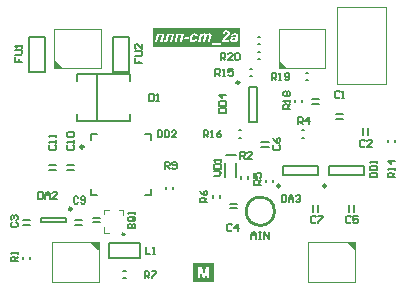
<source format=gto>
G04*
G04 #@! TF.GenerationSoftware,Altium Limited,Altium Designer,20.1.8 (145)*
G04*
G04 Layer_Color=16777215*
%FSTAX43Y43*%
%MOMM*%
G71*
G04*
G04 #@! TF.SameCoordinates,B34475FB-C3A6-4C53-AFA9-1BD6AB5E634D*
G04*
G04*
G04 #@! TF.FilePolarity,Positive*
G04*
G01*
G75*
%ADD10C,0.254*%
%ADD11C,0.250*%
%ADD12C,0.200*%
%ADD13C,0.150*%
%ADD14C,0.100*%
G36*
X0087633Y0094167D02*
Y0093496D01*
X0087604D01*
X0086932Y0094169D01*
X0087632D01*
X0087633Y0094167D01*
D02*
G37*
G36*
X0084572Y0108969D02*
X0083872D01*
X008387Y010897D01*
Y0109641D01*
X0083899D01*
X0084572Y0108969D01*
D02*
G37*
G36*
X0103572D02*
X0102872D01*
X010287Y010897D01*
Y0109641D01*
X0102899D01*
X0103572Y0108969D01*
D02*
G37*
G36*
X0109333Y0094167D02*
Y0093496D01*
X0109304D01*
X0108632Y0094169D01*
X0109332D01*
X0109333Y0094167D01*
D02*
G37*
G36*
X0097387Y0090869D02*
X0095637D01*
Y0092394D01*
X0097387D01*
Y0090869D01*
D02*
G37*
G36*
X0099618Y0110704D02*
X0092203D01*
Y0112334D01*
X0099618D01*
Y0110704D01*
D02*
G37*
%LPC*%
G36*
X0096974Y0092111D02*
X0096682D01*
X0096512Y0091455D01*
X009634Y0092111D01*
X009605D01*
Y0091151D01*
X0096229D01*
Y0091906D01*
X0096418Y0091151D01*
X0096605D01*
X0096793Y0091906D01*
X0096795Y0091151D01*
X0096974D01*
Y0092111D01*
D02*
G37*
G36*
X0097025Y011188D02*
X0097011D01*
X0096984Y0111879D01*
X0096959Y0111875D01*
X0096934Y0111869D01*
X0096913Y0111862D01*
X0096895Y0111855D01*
X0096882Y011185D01*
X0096877Y0111847D01*
X0096873Y0111846D01*
X0096871Y0111844D01*
X009687D01*
X0096846Y011183D01*
X0096826Y0111815D01*
X0096809Y0111801D01*
X0096794Y0111787D01*
X0096783Y0111775D01*
X0096774Y0111765D01*
X0096769Y011176D01*
X0096767Y0111757D01*
X0096762Y0111778D01*
X0096753Y0111794D01*
X0096744Y0111811D01*
X0096735Y0111823D01*
X0096726Y0111833D01*
X0096719Y0111841D01*
X0096713Y0111846D01*
X0096712Y0111847D01*
X0096695Y0111858D01*
X0096676Y0111866D01*
X0096655Y0111872D01*
X0096636Y0111876D01*
X0096619Y0111879D01*
X0096604Y011188D01*
X0096591D01*
X009657Y0111879D01*
X0096548Y0111876D01*
X0096529Y0111871D01*
X0096508Y0111865D01*
X0096472Y0111848D01*
X0096439Y011183D01*
X0096423Y0111821D01*
X0096411Y0111812D01*
X00964Y0111804D01*
X009639Y0111796D01*
X0096382Y011179D01*
X0096376Y0111785D01*
X0096373Y0111782D01*
X0096372Y011178D01*
X0096389Y0111865D01*
X0096213D01*
X0096067Y0111169D01*
X0096665D01*
X0096731Y0111484D01*
X0096737Y0111509D01*
X0096742Y0111531D01*
X0096748Y0111552D01*
X0096755Y011157D01*
X009676Y0111586D01*
X0096766Y0111602D01*
X0096771Y0111615D01*
X0096777Y0111628D01*
X0096781Y0111638D01*
X0096787Y0111647D01*
X0096791Y0111654D01*
X0096794Y0111661D01*
X0096796Y0111665D01*
X0096799Y0111668D01*
X0096801Y0111671D01*
X0096812Y0111685D01*
X0096821Y0111696D01*
X0096832Y0111706D01*
X0096844Y0111714D01*
X0096866Y0111728D01*
X0096885Y0111736D01*
X0096902Y0111742D01*
X0096916Y0111744D01*
X0096921Y0111746D01*
X0096928D01*
X0096941Y0111744D01*
X009695Y0111743D01*
X009696Y011174D01*
X0096967Y0111737D01*
X0096973Y0111733D01*
X0096977Y011173D01*
X0096978Y0111729D01*
X0096979Y0111728D01*
X0096985Y0111721D01*
X0096991Y0111714D01*
X0096995Y0111699D01*
X0096996Y0111692D01*
X0096998Y0111687D01*
Y0111683D01*
Y0111682D01*
Y0111679D01*
Y0111675D01*
X0096995Y0111664D01*
X0096992Y0111649D01*
X0096989Y0111633D01*
X0096986Y0111618D01*
X0096984Y0111604D01*
X0096982Y0111599D01*
Y0111596D01*
X0096981Y0111593D01*
Y0111592D01*
X0096891Y0111169D01*
X0096668D01*
X0097188D01*
X0097077D01*
X0097168Y0111592D01*
X0097175Y0111622D01*
X0097179Y0111649D01*
X0097183Y0111671D01*
X0097185Y0111687D01*
X0097186Y01117D01*
X0097188Y011171D01*
Y0111717D01*
X0097186Y0111743D01*
X0097181Y0111767D01*
X0097172Y0111786D01*
X0097164Y0111803D01*
X0097156Y0111816D01*
X0097147Y0111826D01*
X0097142Y0111833D01*
X009714Y0111834D01*
X0097122Y011185D01*
X0097102Y0111861D01*
X0097079Y0111869D01*
X0097059Y0111875D01*
X0097041Y0111877D01*
X0097025Y011188D01*
D02*
G37*
G36*
X0095762D02*
X0095749D01*
X0095708Y0111877D01*
X0095669Y0111871D01*
X0095634Y0111862D01*
X0095604Y0111851D01*
X009559Y0111846D01*
X0095577Y011184D01*
X0095568Y0111836D01*
X0095558Y0111832D01*
X0095551Y0111828D01*
X0095546Y0111825D01*
X0095543Y0111823D01*
X0095541Y0111822D01*
X0095508Y0111798D01*
X0095479Y0111772D01*
X0095455Y0111746D01*
X0095436Y0111721D01*
X0095419Y0111697D01*
X0095414Y0111687D01*
X0095408Y0111679D01*
X0095405Y0111672D01*
X0095403Y0111667D01*
X00954Y0111664D01*
Y0111663D01*
X0095385Y0111624D01*
X0095372Y0111586D01*
X0095364Y011155D01*
X0095358Y0111517D01*
X0095357Y0111502D01*
X0095355Y0111489D01*
X0095354Y0111477D01*
Y0111467D01*
X0095353Y0111459D01*
Y0111464D01*
Y0111151D01*
Y0111448D01*
X0095354Y0111423D01*
X0095355Y0111399D01*
X009536Y0111375D01*
X0095365Y0111355D01*
X0095371Y0111335D01*
X0095378Y0111317D01*
X0095385Y0111302D01*
X0095392Y0111287D01*
X0095398Y0111274D01*
X0095405Y0111262D01*
X0095412Y0111252D01*
X0095418Y0111245D01*
X0095423Y0111238D01*
X0095428Y0111234D01*
X0095429Y0111231D01*
X009543Y011123D01*
X0095446Y0111216D01*
X0095462Y0111203D01*
X0095479Y0111194D01*
X0095496Y0111184D01*
X0095514Y0111177D01*
X0095532Y011117D01*
X0095565Y011116D01*
X009558Y0111158D01*
X0095595Y0111155D01*
X0095608Y0111154D01*
X0095619Y0111152D01*
X0095629Y0111151D01*
X0095353D01*
X0095641D01*
X0095663Y0111152D01*
X0095684Y0111154D01*
X0095723Y011116D01*
X0095758Y011117D01*
X0095788Y0111183D01*
X0095801Y0111188D01*
X0095812Y0111194D01*
X0095823Y0111199D01*
X0095831Y0111203D01*
X0095838Y0111208D01*
X0095842Y011121D01*
X0095845Y0111213D01*
X0095846D01*
X0095878Y011124D01*
X0095905Y0111269D01*
X0095928Y0111299D01*
X0095948Y011133D01*
X0095962Y0111356D01*
X0095967Y0111367D01*
X0095973Y0111378D01*
X0095977Y0111387D01*
X0095978Y0111392D01*
X0095981Y0111396D01*
Y0111398D01*
X0095798Y0111428D01*
X0095788Y0111405D01*
X0095777Y0111385D01*
X0095766Y0111369D01*
X0095756Y0111355D01*
X0095747Y0111344D01*
X0095738Y0111337D01*
X0095733Y0111331D01*
X0095731Y011133D01*
X0095716Y0111319D01*
X0095701Y0111312D01*
X0095686Y0111306D01*
X0095673Y0111302D01*
X0095662Y0111299D01*
X0095654Y0111298D01*
X0095645D01*
X0095629Y0111299D01*
X0095615Y0111303D01*
X0095601Y0111309D01*
X009559Y0111314D01*
X0095582Y011132D01*
X0095575Y0111326D01*
X009557Y011133D01*
X0095569Y0111331D01*
X0095559Y0111345D01*
X0095552Y011136D01*
X0095547Y0111375D01*
X0095544Y0111391D01*
X0095541Y0111405D01*
X009554Y0111416D01*
Y0111423D01*
Y0111425D01*
X0095541Y0111453D01*
X0095544Y0111479D01*
X0095548Y0111506D01*
X0095552Y0111529D01*
X0095557Y0111549D01*
X0095561Y0111564D01*
X0095562Y011157D01*
X0095564Y0111574D01*
X0095565Y0111577D01*
Y0111578D01*
X0095575Y0111607D01*
X0095587Y0111632D01*
X0095598Y0111653D01*
X0095611Y0111669D01*
X009562Y0111683D01*
X0095629Y0111693D01*
X0095636Y0111699D01*
X0095637Y01117D01*
X0095655Y0111714D01*
X0095673Y0111724D01*
X009569Y0111732D01*
X0095705Y0111736D01*
X0095719Y0111739D01*
X0095729Y0111742D01*
X0095738D01*
X0095755Y011174D01*
X009577Y0111737D01*
X0095783Y0111732D01*
X0095794Y0111728D01*
X0095803Y0111722D01*
X0095809Y0111717D01*
X0095813Y0111714D01*
X0095815Y0111712D01*
X0095824Y0111701D01*
X0095833Y0111687D01*
X0095838Y0111674D01*
X0095844Y011166D01*
X0095846Y0111646D01*
X0095849Y0111636D01*
X0095851Y0111629D01*
Y0111626D01*
X009603Y0111644D01*
X0096027Y0111664D01*
X0096023Y0111682D01*
X0096013Y0111715D01*
X0095999Y0111744D01*
X0095984Y0111769D01*
X009597Y0111789D01*
X0095957Y0111804D01*
X0095953Y0111808D01*
X0095949Y0111812D01*
X0095948Y0111814D01*
X0095946Y0111815D01*
X0095932Y0111826D01*
X0095917Y0111837D01*
X0095884Y0111853D01*
X0095852Y0111865D01*
X009582Y0111872D01*
X0095792Y0111877D01*
X009578Y0111879D01*
X009577D01*
X0095762Y011188D01*
D02*
G37*
G36*
X0095281Y0111606D02*
X0094916D01*
X009488Y0111424D01*
X0095245D01*
X0095281Y0111606D01*
D02*
G37*
G36*
X0099418Y011188D02*
X0098763D01*
X0099154D01*
X0099108Y0111877D01*
X0099067Y0111872D01*
X0099049Y0111868D01*
X0099032Y0111864D01*
X0099015Y0111859D01*
X0099002Y0111854D01*
X0098989Y0111848D01*
X0098978Y0111844D01*
X0098968Y011184D01*
X009896Y0111836D01*
X0098954Y0111833D01*
X009895Y011183D01*
X0098947Y0111828D01*
X0098946D01*
X009892Y0111807D01*
X0098896Y0111783D01*
X0098878Y0111758D01*
X0098863Y0111736D01*
X0098852Y0111715D01*
X0098843Y0111699D01*
X0098841Y0111692D01*
X0098839Y0111687D01*
X0098838Y0111685D01*
Y0111683D01*
X0099021Y0111668D01*
X0099025Y0111681D01*
X0099031Y0111692D01*
X0099038Y0111701D01*
X0099045Y011171D01*
X009905Y0111717D01*
X0099056Y0111721D01*
X0099058Y0111724D01*
X009906Y0111725D01*
X0099072Y0111732D01*
X0099085Y0111737D01*
X0099099Y011174D01*
X0099111Y0111743D01*
X0099122Y0111744D01*
X0099132Y0111746D01*
X009914D01*
X0099157Y0111744D01*
X0099172Y0111743D01*
X0099183Y0111739D01*
X0099194Y0111736D01*
X0099203Y0111732D01*
X0099208Y0111728D01*
X0099211Y0111726D01*
X0099212Y0111725D01*
X0099221Y0111717D01*
X0099226Y0111708D01*
X0099232Y01117D01*
X0099234Y0111692D01*
X0099236Y0111685D01*
X0099237Y0111681D01*
Y0111676D01*
Y0111675D01*
Y0111665D01*
X0099236Y0111656D01*
X0099232Y0111635D01*
X0099229Y0111626D01*
X0099226Y011162D01*
X0099225Y0111614D01*
Y0111613D01*
X0099215Y011161D01*
X0099204Y0111607D01*
X0099191Y0111604D01*
X0099178Y0111602D01*
X0099149Y0111596D01*
X0099118Y0111593D01*
X009909Y0111589D01*
X0099078Y0111588D01*
X0099068Y0111586D01*
X0099058D01*
X0099051Y0111585D01*
X0099046D01*
X0099017Y0111582D01*
X009899Y0111578D01*
X0098967Y0111574D01*
X0098945Y0111568D01*
X0098924Y0111563D01*
X0098906Y0111557D01*
X0098889Y011155D01*
X0098875Y0111545D01*
X0098863Y0111538D01*
X0098852Y0111532D01*
X0098843Y0111527D01*
X0098836Y0111522D01*
X0098831Y0111518D01*
X0098827Y0111516D01*
X0098825Y0111514D01*
X0098824Y0111513D01*
X0098813Y0111502D01*
X0098805Y0111489D01*
X0098789Y0111463D01*
X0098778Y0111436D01*
X0098771Y011141D01*
X0098766Y0111388D01*
X0098764Y0111378D01*
Y011137D01*
X0098763Y0111363D01*
Y0111353D01*
X0098766Y0111321D01*
X0098771Y0111292D01*
X0098781Y0111267D01*
X0098791Y0111246D01*
X00988Y0111228D01*
X009881Y0111216D01*
X0098816Y0111209D01*
X0098818Y0111206D01*
X0098841Y0111188D01*
X0098864Y0111174D01*
X0098889Y0111165D01*
X0098911Y0111158D01*
X0098931Y0111154D01*
X0098947Y0111152D01*
X0098953Y0111151D01*
X0098961D01*
X0099418D01*
X0098961D01*
X0098982Y0111152D01*
X0099002Y0111155D01*
X009902Y0111159D01*
X0099036Y0111163D01*
X009905Y0111167D01*
X009906Y0111172D01*
X0099067Y0111174D01*
X0099069Y0111176D01*
X0099089Y0111185D01*
X0099107Y0111198D01*
X0099124Y0111209D01*
X0099137Y011122D01*
X0099149Y0111231D01*
X0099158Y011124D01*
X0099164Y0111245D01*
X0099165Y0111246D01*
X0099168Y0111217D01*
X0099171Y0111205D01*
X0099172Y0111192D01*
X0099175Y0111183D01*
X0099178Y0111176D01*
X0099179Y011117D01*
Y0111169D01*
X0099361D01*
X0099355Y0111188D01*
X0099352Y0111208D01*
X009935Y0111224D01*
X0099347Y0111238D01*
Y0111251D01*
X0099345Y0111259D01*
Y0111266D01*
Y0111267D01*
Y0111277D01*
X0099347Y0111289D01*
X009935Y0111316D01*
X0099354Y0111344D01*
X0099359Y0111373D01*
X0099363Y0111399D01*
X0099366Y011141D01*
X0099368Y0111421D01*
X0099369Y011143D01*
X009937Y0111435D01*
X0099372Y0111439D01*
Y0111441D01*
X0099377Y0111467D01*
X0099383Y0111492D01*
X0099388Y0111514D01*
X0099393Y0111534D01*
X0099395Y011155D01*
X0099398Y0111565D01*
X0099401Y0111579D01*
X0099404Y011159D01*
X0099405Y01116D01*
X0099408Y0111607D01*
Y0111614D01*
X0099409Y0111618D01*
X0099411Y0111625D01*
Y0111626D01*
X0099415Y0111653D01*
X0099416Y0111664D01*
Y0111674D01*
X0099418Y0111682D01*
Y0111212D01*
Y0111708D01*
X0099415Y0111722D01*
X0099408Y0111747D01*
X0099397Y0111769D01*
X0099386Y0111789D01*
X0099373Y0111805D01*
X0099362Y0111816D01*
X0099355Y0111823D01*
X0099354Y0111826D01*
X0099352D01*
X009934Y0111836D01*
X0099326Y0111844D01*
X0099294Y0111858D01*
X0099262Y0111868D01*
X0099229Y0111873D01*
X00992Y0111877D01*
X0099187Y0111879D01*
X0099176D01*
X0099167Y011188D01*
X0099418D01*
D02*
G37*
G36*
X0098447Y0112134D02*
X0098434D01*
X0098412Y0112133D01*
X009839Y0112131D01*
X0098351Y0112123D01*
X0098316Y0112112D01*
X0098301Y0112105D01*
X0098287Y0112098D01*
X0098273Y0112091D01*
X0098262Y0112084D01*
X0098253Y0112079D01*
X0098246Y0112073D01*
X0098239Y0112069D01*
X0098235Y0112065D01*
X0098232Y0112063D01*
X009823Y0112062D01*
X0098217Y0112048D01*
X0098203Y0112033D01*
X009818Y0112001D01*
X0098162Y0111966D01*
X0098149Y0111933D01*
X0098143Y0111918D01*
X0098139Y0111904D01*
X0098136Y0111891D01*
X0098132Y011188D01*
X0098131Y0111871D01*
X0098129Y0111864D01*
X0098128Y0111859D01*
Y0111858D01*
X0098311Y0111832D01*
X0098318Y0111862D01*
X0098326Y0111887D01*
X0098334Y0111908D01*
X0098343Y0111925D01*
X009835Y0111937D01*
X0098355Y0111945D01*
X0098359Y0111951D01*
X0098361Y0111952D01*
X0098373Y0111963D01*
X0098387Y0111972D01*
X00984Y0111979D01*
X0098412Y0111983D01*
X0098423Y0111986D01*
X0098432Y0111987D01*
X0098438D01*
X0098454Y0111986D01*
X0098468Y0111983D01*
X009848Y0111977D01*
X0098491Y0111972D01*
X0098499Y0111966D01*
X0098505Y0111961D01*
X0098509Y0111958D01*
X0098511Y0111957D01*
X009852Y0111944D01*
X0098527Y0111932D01*
X0098533Y0111918D01*
X0098536Y0111905D01*
X0098538Y0111894D01*
X009854Y0111886D01*
Y011188D01*
Y0111877D01*
X0098538Y0111866D01*
X0098537Y0111854D01*
X0098534Y0111843D01*
X0098531Y0111832D01*
X0098527Y0111823D01*
X0098524Y0111816D01*
X0098523Y0111811D01*
X0098522Y011181D01*
X0098515Y0111796D01*
X0098505Y011178D01*
X0098495Y0111765D01*
X0098484Y0111751D01*
X0098475Y0111739D01*
X0098466Y0111729D01*
X0098461Y0111724D01*
X0098459Y0111721D01*
X0098454Y0111715D01*
X0098447Y0111708D01*
X009843Y011169D01*
X0098409Y0111671D01*
X0098389Y011165D01*
X0098369Y0111631D01*
X0098352Y0111615D01*
X0098347Y0111608D01*
X0098341Y0111604D01*
X0098339Y0111602D01*
X0098337Y01116D01*
X0098314Y0111578D01*
X0098293Y0111557D01*
X0098273Y0111538D01*
X0098255Y011152D01*
X0098239Y0111504D01*
X0098225Y0111489D01*
X0098211Y0111477D01*
X00982Y0111464D01*
X009819Y0111454D01*
X0098182Y0111445D01*
X0098175Y0111438D01*
X0098169Y0111432D01*
X0098162Y0111424D01*
X009816Y0111421D01*
X0098143Y01114D01*
X0098128Y011138D01*
X0098114Y011136D01*
X0098101Y0111342D01*
X0098092Y0111327D01*
X0098085Y0111314D01*
X0098081Y0111306D01*
X0098079Y0111305D01*
Y0111303D01*
X0098068Y011128D01*
X009806Y0111255D01*
X0098053Y0111233D01*
X0098047Y0111212D01*
X0098043Y0111195D01*
X009804Y0111181D01*
Y0111176D01*
X0098039Y0111172D01*
Y0111169D01*
X0098723D01*
X0098622D01*
X0098658Y0111341D01*
X0098325D01*
X0098344Y0111364D01*
X0098352Y0111375D01*
X0098361Y0111385D01*
X0098368Y0111392D01*
X0098373Y0111398D01*
X0098376Y0111402D01*
X0098377Y0111403D01*
X0098391Y0111417D01*
X0098408Y0111434D01*
X0098427Y0111452D01*
X0098447Y011147D01*
X0098465Y0111488D01*
X009848Y0111502D01*
X0098486Y0111507D01*
X009849Y011151D01*
X0098493Y0111513D01*
X0098494Y0111514D01*
X0098524Y0111543D01*
X0098551Y0111568D01*
X0098573Y011159D01*
X0098591Y0111608D01*
X0098605Y0111622D01*
X0098615Y0111632D01*
X009862Y0111639D01*
X0098622Y011164D01*
X0098641Y0111664D01*
X0098656Y0111686D01*
X009867Y0111707D01*
X0098681Y0111725D01*
X0098689Y011174D01*
X0098695Y0111751D01*
X0098698Y0111758D01*
X0098699Y0111761D01*
X0098707Y0111783D01*
X0098713Y0111804D01*
X0098717Y0111823D01*
X009872Y011184D01*
X0098721Y0111855D01*
X0098723Y0111866D01*
Y0111876D01*
X0098721Y0111897D01*
X009872Y0111916D01*
X009871Y0111952D01*
X0098698Y0111984D01*
X0098684Y0112011D01*
X0098677Y0112022D01*
X009867Y0112031D01*
X0098663Y011204D01*
X0098658Y0112048D01*
X0098652Y0112054D01*
X0098648Y0112058D01*
X0098646Y0112059D01*
X0098645Y0112061D01*
X009863Y0112073D01*
X0098615Y0112086D01*
X0098598Y0112095D01*
X009858Y0112104D01*
X0098545Y0112116D01*
X0098511Y0112124D01*
X0098495Y0112129D01*
X0098481Y011213D01*
X0098468Y0112131D01*
X0098456Y0112133D01*
X0098447Y0112134D01*
D02*
G37*
G36*
X0094835Y0111865D02*
X0094203D01*
X0094057Y0111169D01*
D01*
X0094482D01*
X0094243D01*
X0094358Y0111718D01*
X0094616D01*
X0094503Y0111169D01*
X0094688D01*
X0094835Y0111865D01*
D02*
G37*
G36*
X009402D02*
X0093425D01*
X0093343Y0111477D01*
X0093339Y0111459D01*
X0093335Y0111443D01*
X0093332Y0111428D01*
X0093328Y0111416D01*
X0093321Y0111393D01*
X0093315Y0111375D01*
X009331Y0111363D01*
X0093306Y0111355D01*
X0093304Y0111349D01*
X0093303Y0111348D01*
X0093295Y0111338D01*
X0093284Y011133D01*
X0093272Y0111324D01*
X0093261Y0111321D01*
X0093252Y0111319D01*
X0093243Y0111317D01*
X0093235D01*
X0093211Y0111319D01*
X00932Y011132D01*
X0093189Y0111321D01*
X0093181Y0111323D01*
X0093174Y0111324D01*
D01*
X0093168Y0111326D01*
X0093167D01*
X0093143Y0111198D01*
X0093138Y0111169D01*
X0093164Y0111163D01*
X0093186Y011116D01*
X0093207Y0111158D01*
X0093225Y0111155D01*
X0093239D01*
X0093249Y0111154D01*
X0093138D01*
D01*
X009402D01*
D01*
X0093257D01*
X0093292Y0111155D01*
X0093322Y011116D01*
X0093349Y0111167D01*
X0093371Y0111177D01*
X0093388Y0111185D01*
X00934Y0111192D01*
X0093407Y0111198D01*
X009341Y0111199D01*
X0093419Y0111209D01*
X0093429Y0111219D01*
X0093446Y0111242D01*
X0093458Y0111267D01*
X0093469Y0111292D01*
X0093478Y0111314D01*
X009348Y0111324D01*
X0093483Y0111334D01*
X0093485Y0111341D01*
X0093486Y0111346D01*
X0093487Y0111349D01*
Y011135D01*
X0093565Y0111718D01*
X0093801D01*
X0093687Y0111169D01*
X0093873D01*
X009402Y0111865D01*
D02*
G37*
G36*
X0093181D02*
X0092403D01*
X0092549D01*
X0092403Y0111169D01*
X0092689D01*
X0092589D01*
X0092704Y0111718D01*
X0092962D01*
X0092848Y0111169D01*
X0093034D01*
X0093181Y0111865D01*
D02*
G37*
%LPD*%
G36*
X0098961Y0111151D02*
D01*
D01*
D01*
D02*
G37*
%LPC*%
G36*
X0097964Y0111169D02*
Y0111023D01*
X0097199D01*
Y0111169D01*
Y0110904D01*
X0097964D01*
Y0111169D01*
D02*
G37*
%LPD*%
G36*
X0096523Y0111744D02*
X0096533Y0111743D01*
X0096541Y011174D01*
X009655Y0111737D01*
X0096555Y0111733D01*
X0096559Y011173D01*
X0096561Y0111729D01*
X0096562Y0111728D01*
X0096569Y0111721D01*
X0096573Y0111712D01*
X0096579Y0111699D01*
X009658Y0111692D01*
X0096581Y0111686D01*
Y0111683D01*
Y0111682D01*
Y0111672D01*
X0096579Y0111658D01*
X0096577Y0111643D01*
X0096575Y0111626D01*
X0096572Y0111613D01*
X0096569Y01116D01*
X0096568Y011159D01*
X0096566Y0111589D01*
Y0111588D01*
X0096479Y0111169D01*
X0096253D01*
X0096319Y0111488D01*
X0096324Y0111503D01*
X0096326Y0111517D01*
X0096332Y0111539D01*
X0096337Y0111559D01*
X009634Y0111572D01*
X0096343Y0111582D01*
X0096346Y0111589D01*
X0096347Y0111593D01*
Y0111595D01*
X0096354Y0111613D01*
X0096361Y0111628D01*
X0096368Y0111643D01*
X0096375Y0111654D01*
X009638Y0111664D01*
X0096385Y0111671D01*
X0096387Y0111675D01*
X0096389Y0111676D01*
X0096398Y0111687D01*
X0096408Y0111697D01*
X0096418Y0111707D01*
X0096428Y0111714D01*
X0096434Y0111719D01*
X0096441Y0111724D01*
X0096446Y0111725D01*
X0096447Y0111726D01*
X0096459Y0111733D01*
X0096471Y0111737D01*
X0096482Y0111742D01*
X0096491Y0111743D01*
X00965Y0111744D01*
X0096505Y0111746D01*
X0096511D01*
X0096523Y0111744D01*
D02*
G37*
G36*
X0099194Y0111467D02*
X0099189Y0111443D01*
X0099183Y0111423D01*
X0099178Y0111405D01*
X0099172Y0111391D01*
X0099168Y011138D01*
X0099164Y0111373D01*
X0099162Y0111367D01*
X0099161Y0111366D01*
X0099154Y0111353D01*
X0099144Y0111344D01*
X0099135Y0111334D01*
X0099126Y0111327D01*
X0099118Y011132D01*
X0099111Y0111316D01*
X0099106Y0111313D01*
X0099104Y0111312D01*
X009909Y0111305D01*
X0099076Y0111301D01*
X0099063Y0111296D01*
X009905Y0111295D01*
X009904Y0111294D01*
X0099032Y0111292D01*
X0099025D01*
X0099011Y0111294D01*
X0098999Y0111296D01*
X0098988Y0111299D01*
X0098979Y0111303D01*
X0098972Y0111307D01*
X0098967Y0111312D01*
X0098964Y0111313D01*
X0098963Y0111314D01*
X0098954Y0111323D01*
X0098949Y0111332D01*
X0098945Y0111342D01*
X0098942Y011135D01*
X009894Y0111359D01*
X0098939Y0111364D01*
Y0111369D01*
Y011137D01*
X009894Y0111384D01*
X0098943Y0111396D01*
X0098949Y0111407D01*
X0098954Y0111417D01*
X009896Y0111424D01*
X0098965Y011143D01*
X0098968Y0111432D01*
X009897Y0111434D01*
X0098979Y0111439D01*
X009899Y0111445D01*
X0099003Y011145D01*
X0099017Y0111456D01*
X0099047Y0111464D01*
X0099078Y0111471D01*
X0099107Y0111477D01*
X0099119Y0111479D01*
X0099132Y0111481D01*
X009914Y0111482D01*
X0099149D01*
X0099153Y0111484D01*
X0099154D01*
X0099173Y0111486D01*
X0099187Y0111491D01*
X0099193Y0111492D01*
X0099197D01*
X0099198Y0111493D01*
X00992D01*
X0099194Y0111467D01*
D02*
G37*
D10*
X0102512Y0096819D02*
G03*
X0102512Y0096819I-00012J0D01*
G01*
X0089787Y0094869D02*
G03*
X0089787Y0094869I-0000075J0D01*
G01*
D11*
X0106887Y0098969D02*
G03*
X0106887Y0098969I-0000125J0D01*
G01*
X0102987D02*
G03*
X0102987Y0098969I-0000125J0D01*
G01*
X0099537Y0107719D02*
G03*
X0099537Y0107719I-0000125J0D01*
G01*
X0085337Y0097019D02*
G03*
X0085337Y0097019I-0000125J0D01*
G01*
X0086337Y0102269D02*
G03*
X0086337Y0102269I-0000125J0D01*
G01*
D12*
X0105186Y0107922D02*
X0105386D01*
X0105186Y0108522D02*
X0105386D01*
X0101112Y0109669D02*
X0101312D01*
X0101112Y0110269D02*
X0101312D01*
X0104861Y0106069D02*
Y0106269D01*
X0104261Y0106069D02*
Y0106269D01*
X0102412Y0099269D02*
Y0099469D01*
X0101812Y0099269D02*
Y0099469D01*
X0097312Y0097969D02*
Y0098169D01*
X0097912Y0097969D02*
Y0098169D01*
X0093312Y0098669D02*
Y0098869D01*
X0093912Y0098669D02*
Y0098869D01*
X0100312Y0099569D02*
Y0099769D01*
X0099712Y0099569D02*
Y0099769D01*
X0081712Y0108569D02*
Y0111569D01*
X0083112D01*
Y0108569D02*
Y0111569D01*
X0081712Y0108569D02*
X0083112D01*
X0088812D02*
Y0111569D01*
X0090212D01*
Y0108569D02*
Y0111569D01*
X0088812Y0108569D02*
X0090212D01*
X0087512Y0104469D02*
Y0108469D01*
X0085812Y0104469D02*
X0090312D01*
Y0105069D01*
X0085812Y0104469D02*
Y0105069D01*
Y0107869D02*
Y0108469D01*
X0090312Y0107869D02*
Y0108469D01*
X0085812D02*
X0090312D01*
X0099487Y0103658D02*
X0099687D01*
X0099487Y0103058D02*
X0099687D01*
X0104831D02*
X0105031D01*
X0104831Y0103658D02*
X0105031D01*
X0089712Y0091169D02*
X0089912D01*
X0089712Y0091769D02*
X0089912D01*
X0112712Y0102669D02*
Y0102869D01*
X0112112Y0102669D02*
Y0102869D01*
X0088487Y0094094D02*
X0091137D01*
X0088487Y0092844D02*
X0091137D01*
X0088487D02*
Y0094094D01*
X0091137Y0092844D02*
Y0094094D01*
X0081212Y0092769D02*
Y0092969D01*
X0081812Y0092769D02*
Y0092969D01*
X0100412Y0108869D02*
X0100612D01*
X0100412Y0108269D02*
X0100612D01*
X0101112Y0110969D02*
X0101312D01*
X0101112Y0111569D02*
X0101312D01*
D13*
X0105712Y0106331D02*
X0106312D01*
X0105712Y0105931D02*
X0106312D01*
X0098712Y0097469D02*
X0099312D01*
X0098712Y0097069D02*
X0099312D01*
X0110012Y0103269D02*
Y0103869D01*
X0110412Y0103269D02*
Y0103869D01*
X0107112Y0100619D02*
X0110112D01*
X0107112Y0099919D02*
X0110112D01*
Y0100619D01*
X0107112Y0099919D02*
Y0100619D01*
X0103212D02*
X0106212D01*
X0103212Y0099919D02*
X0106212D01*
Y0100619D01*
X0103212Y0099919D02*
Y0100619D01*
X0100362Y0107369D02*
X0101062D01*
X0100362Y0104369D02*
X0101062D01*
X0100362D02*
Y0107369D01*
X0101062Y0104369D02*
Y0107369D01*
X0105812Y0096769D02*
Y0097369D01*
X0106212Y0096769D02*
Y0097369D01*
X0101412Y0102269D02*
X0102012D01*
X0101412Y0102669D02*
X0102012D01*
X0098328Y0099744D02*
Y0100944D01*
X0099278Y0099744D02*
Y0100944D01*
X0098378Y0101544D02*
X0099253D01*
X0107712Y0105069D02*
X0108312D01*
X0107712Y0104669D02*
X0108312D01*
X0109212Y0096769D02*
Y0097369D01*
X0108812Y0096769D02*
Y0097369D01*
X0082762Y0095869D02*
X0084862D01*
X0082762Y0096269D02*
X0084862D01*
X0082762Y0095869D02*
Y0096269D01*
X0084862Y0095869D02*
Y0096269D01*
X0087112Y0095869D02*
X0087712D01*
X0087112Y0096269D02*
X0087712D01*
X0086962Y0102819D02*
Y0103319D01*
X0087462D01*
X0091562D02*
X0092062D01*
Y0102819D02*
Y0103319D01*
Y0098219D02*
Y0098719D01*
X0091562Y0098219D02*
X0092062D01*
X0086962D02*
X0087462D01*
X0086962D02*
Y0098719D01*
X0081212Y0095669D02*
X0081812D01*
X0081212Y0096069D02*
X0081812D01*
X0085612D02*
X0086212D01*
X0085612Y0095669D02*
X0086212D01*
X0083403Y0100711D02*
X0084003D01*
X0083403Y0100311D02*
X0084003D01*
X0084938Y0100711D02*
X0085538D01*
X0084938Y0100311D02*
X0085538D01*
X0100562Y0094469D02*
Y0094869D01*
X0100762Y0095069D01*
X0100962Y0094869D01*
Y0094469D01*
Y0094769D01*
X0100562D01*
X0101162Y0095069D02*
X0101362D01*
X0101262D01*
Y0094469D01*
X0101162D01*
X0101362D01*
X0101662D02*
Y0095069D01*
X0102062Y0094469D01*
Y0095069D01*
X0091612Y0093769D02*
Y0093169D01*
X0092012D01*
X0092212D02*
X0092412D01*
X0092312D01*
Y0093769D01*
X0092212Y0093669D01*
X0090712Y010978D02*
Y010938D01*
X0091012D01*
Y010958D01*
Y010938D01*
X0091312D01*
X0090712Y010998D02*
X0091212D01*
X0091312Y011008D01*
Y011028D01*
X0091212Y011038D01*
X0090712D01*
X0091312Y011098D02*
Y011058D01*
X0090912Y011098D01*
X0090812D01*
X0090712Y011088D01*
Y011068D01*
X0090812Y011058D01*
X0080575Y010988D02*
Y010948D01*
X0080875D01*
Y010968D01*
Y010948D01*
X0081175D01*
X0080575Y011008D02*
X0081075D01*
X0081175Y011018D01*
Y011038D01*
X0081075Y011048D01*
X0080575D01*
X0081175Y011068D02*
Y011088D01*
Y011078D01*
X0080575D01*
X0080675Y011068D01*
X0091912Y0106751D02*
Y0106151D01*
X0092212D01*
X0092312Y0106251D01*
Y0106651D01*
X0092212Y0106751D01*
X0091912D01*
X0092512Y0106151D02*
X0092712D01*
X0092612D01*
Y0106751D01*
X0092512Y0106651D01*
X0090112Y0095369D02*
X0090712D01*
Y0095669D01*
X0090612Y0095769D01*
X0090512D01*
X0090412Y0095669D01*
Y0095369D01*
Y0095669D01*
X0090312Y0095769D01*
X0090212D01*
X0090112Y0095669D01*
Y0095369D01*
X0090612Y0096368D02*
X0090212D01*
X0090112Y0096269D01*
Y0096069D01*
X0090212Y0095969D01*
X0090612D01*
X0090712Y0096069D01*
Y0096269D01*
X0090512Y0096169D02*
X0090712Y0096368D01*
Y0096269D02*
X0090612Y0096368D01*
X0090712Y0096568D02*
Y0096768D01*
Y0096668D01*
X0090112D01*
X0090212Y0096568D01*
X0103112Y0098181D02*
Y0097581D01*
X0103412D01*
X0103512Y0097681D01*
Y0098081D01*
X0103412Y0098181D01*
X0103112D01*
X0103712Y0097581D02*
Y0097981D01*
X0103912Y0098181D01*
X0104111Y0097981D01*
Y0097581D01*
Y0097881D01*
X0103712D01*
X0104311Y0098081D02*
X0104411Y0098181D01*
X0104611D01*
X0104711Y0098081D01*
Y0097981D01*
X0104611Y0097881D01*
X0104511D01*
X0104611D01*
X0104711Y0097781D01*
Y0097681D01*
X0104611Y0097581D01*
X0104411D01*
X0104311Y0097681D01*
X0082512Y0098469D02*
Y0097869D01*
X0082812D01*
X0082912Y0097969D01*
Y0098369D01*
X0082812Y0098469D01*
X0082512D01*
X0083112Y0097869D02*
Y0098269D01*
X0083312Y0098469D01*
X0083511Y0098269D01*
Y0097869D01*
Y0098169D01*
X0083112D01*
X0084111Y0097869D02*
X0083711D01*
X0084111Y0098269D01*
Y0098369D01*
X0084011Y0098469D01*
X0083811D01*
X0083711Y0098369D01*
X0110612Y0099684D02*
X0111212D01*
Y0099984D01*
X0111112Y0100084D01*
X0110712D01*
X0110612Y0099984D01*
Y0099684D01*
Y0100284D02*
X0111212D01*
Y0100584D01*
X0111112Y0100683D01*
X0110712D01*
X0110612Y0100584D01*
Y0100284D01*
X0111212Y0100883D02*
Y0101083D01*
Y0100983D01*
X0110612D01*
X0110712Y0100883D01*
X0092612Y0103669D02*
Y0103069D01*
X0092912D01*
X0093012Y0103169D01*
Y0103569D01*
X0092912Y0103669D01*
X0092612D01*
X0093212D02*
Y0103069D01*
X0093512D01*
X0093611Y0103169D01*
Y0103569D01*
X0093512Y0103669D01*
X0093212D01*
X0094211Y0103069D02*
X0093811D01*
X0094211Y0103469D01*
Y0103569D01*
X0094111Y0103669D01*
X0093911D01*
X0093811Y0103569D01*
X0108037Y0106905D02*
X0107937Y0107005D01*
X0107737D01*
X0107637Y0106905D01*
Y0106505D01*
X0107737Y0106405D01*
X0107937D01*
X0108037Y0106505D01*
X0108237Y0106405D02*
X0108437D01*
X0108337D01*
Y0107005D01*
X0108237Y0106905D01*
X0110162Y0102769D02*
X0110062Y0102869D01*
X0109862D01*
X0109762Y0102769D01*
Y0102369D01*
X0109862Y0102269D01*
X0110062D01*
X0110162Y0102369D01*
X0110761Y0102269D02*
X0110362D01*
X0110761Y0102669D01*
Y0102769D01*
X0110662Y0102869D01*
X0110462D01*
X0110362Y0102769D01*
X0080266Y0095869D02*
X0080166Y0095769D01*
Y0095569D01*
X0080266Y0095469D01*
X0080666D01*
X0080766Y0095569D01*
Y0095769D01*
X0080666Y0095869D01*
X0080266Y0096069D02*
X0080166Y0096169D01*
Y0096369D01*
X0080266Y0096468D01*
X0080366D01*
X0080466Y0096369D01*
Y0096269D01*
Y0096369D01*
X0080566Y0096468D01*
X0080666D01*
X0080766Y0096369D01*
Y0096169D01*
X0080666Y0096069D01*
X0098912Y0095619D02*
X0098812Y0095719D01*
X0098612D01*
X0098512Y0095619D01*
Y0095219D01*
X0098612Y0095119D01*
X0098812D01*
X0098912Y0095219D01*
X0099412Y0095119D02*
Y0095719D01*
X0099112Y0095419D01*
X0099511D01*
X0108972Y0096293D02*
X0108872Y0096393D01*
X0108672D01*
X0108572Y0096293D01*
Y0095893D01*
X0108672Y0095793D01*
X0108872D01*
X0108972Y0095893D01*
X0109571Y0096393D02*
X0109172D01*
Y0096093D01*
X0109372Y0096193D01*
X0109472D01*
X0109571Y0096093D01*
Y0095893D01*
X0109472Y0095793D01*
X0109272D01*
X0109172Y0095893D01*
X010249Y0102425D02*
X010239Y0102325D01*
Y0102125D01*
X010249Y0102025D01*
X010289D01*
X010299Y0102125D01*
Y0102325D01*
X010289Y0102425D01*
X010239Y0103024D02*
X010249Y0102824D01*
X010269Y0102624D01*
X010289D01*
X010299Y0102724D01*
Y0102924D01*
X010289Y0103024D01*
X010279D01*
X010269Y0102924D01*
Y0102624D01*
X0106012Y0096319D02*
X0105912Y0096419D01*
X0105712D01*
X0105612Y0096319D01*
Y0095919D01*
X0105712Y0095819D01*
X0105912D01*
X0106012Y0095919D01*
X0106212Y0096419D02*
X0106611D01*
Y0096319D01*
X0106212Y0095919D01*
Y0095819D01*
X0085912Y0097969D02*
X0085812Y0098069D01*
X0085612D01*
X0085512Y0097969D01*
Y0097569D01*
X0085612Y0097469D01*
X0085812D01*
X0085912Y0097569D01*
X0086112D02*
X0086212Y0097469D01*
X0086412D01*
X0086511Y0097569D01*
Y0097969D01*
X0086412Y0098069D01*
X0086212D01*
X0086112Y0097969D01*
Y0097869D01*
X0086212Y0097769D01*
X0086511D01*
X0085038Y0102411D02*
X0084938Y0102311D01*
Y0102111D01*
X0085038Y0102011D01*
X0085438D01*
X0085538Y0102111D01*
Y0102311D01*
X0085438Y0102411D01*
X0085538Y0102611D02*
Y0102811D01*
Y0102711D01*
X0084938D01*
X0085038Y0102611D01*
Y0103111D02*
X0084938Y010321D01*
Y010341D01*
X0085038Y010351D01*
X0085438D01*
X0085538Y010341D01*
Y010321D01*
X0085438Y0103111D01*
X0085038D01*
X0083503Y0102411D02*
X0083403Y0102311D01*
Y0102111D01*
X0083503Y0102011D01*
X0083903D01*
X0084003Y0102111D01*
Y0102311D01*
X0083903Y0102411D01*
X0084003Y0102611D02*
Y0102811D01*
Y0102711D01*
X0083403D01*
X0083503Y0102611D01*
X0084003Y0103111D02*
Y010331D01*
Y010321D01*
X0083403D01*
X0083503Y0103111D01*
X0080766Y0092569D02*
X0080166D01*
Y0092869D01*
X0080266Y0092969D01*
X0080466D01*
X0080566Y0092869D01*
Y0092569D01*
Y0092769D02*
X0080766Y0092969D01*
Y0093169D02*
Y0093369D01*
Y0093269D01*
X0080166D01*
X0080266Y0093169D01*
X0099612Y0101269D02*
Y0101869D01*
X0099912D01*
X0100012Y0101769D01*
Y0101569D01*
X0099912Y0101469D01*
X0099612D01*
X0099812D02*
X0100012Y0101269D01*
X0100611D02*
X0100212D01*
X0100611Y0101669D01*
Y0101769D01*
X0100512Y0101869D01*
X0100312D01*
X0100212Y0101769D01*
X0104512Y0104169D02*
Y0104769D01*
X0104812D01*
X0104912Y0104669D01*
Y0104469D01*
X0104812Y0104369D01*
X0104512D01*
X0104712D02*
X0104912Y0104169D01*
X0105412D02*
Y0104769D01*
X0105112Y0104469D01*
X0105511D01*
X0101365Y0099044D02*
X0100766D01*
Y0099344D01*
X0100866Y0099444D01*
X0101065D01*
X0101165Y0099344D01*
Y0099044D01*
Y0099244D02*
X0101365Y0099444D01*
X0100766Y0100043D02*
Y0099644D01*
X0101065D01*
X0100965Y0099844D01*
Y0099944D01*
X0101065Y0100043D01*
X0101265D01*
X0101365Y0099944D01*
Y0099744D01*
X0101265Y0099644D01*
X0096812Y0097569D02*
X0096212D01*
Y0097869D01*
X0096312Y0097969D01*
X0096512D01*
X0096612Y0097869D01*
Y0097569D01*
Y0097769D02*
X0096812Y0097969D01*
X0096212Y0098568D02*
X0096312Y0098369D01*
X0096512Y0098169D01*
X0096712D01*
X0096812Y0098269D01*
Y0098469D01*
X0096712Y0098568D01*
X0096612D01*
X0096512Y0098469D01*
Y0098169D01*
X0091512Y0091124D02*
Y0091724D01*
X0091812D01*
X0091912Y0091624D01*
Y0091424D01*
X0091812Y0091324D01*
X0091512D01*
X0091712D02*
X0091912Y0091124D01*
X0092112Y0091724D02*
X0092511D01*
Y0091624D01*
X0092112Y0091224D01*
Y0091124D01*
X0093231Y0100415D02*
Y0101015D01*
X0093531D01*
X0093631Y0100915D01*
Y0100715D01*
X0093531Y0100615D01*
X0093231D01*
X0093431D02*
X0093631Y0100415D01*
X0093831Y0100515D02*
X0093931Y0100415D01*
X0094131D01*
X0094231Y0100515D01*
Y0100915D01*
X0094131Y0101015D01*
X0093931D01*
X0093831Y0100915D01*
Y0100815D01*
X0093931Y0100715D01*
X0094231D01*
X0112712Y0099684D02*
X0112112D01*
Y0099984D01*
X0112212Y0100084D01*
X0112412D01*
X0112512Y0099984D01*
Y0099684D01*
Y0099884D02*
X0112712Y0100084D01*
Y0100284D02*
Y0100484D01*
Y0100384D01*
X0112112D01*
X0112212Y0100284D01*
X0112712Y0101083D02*
X0112112D01*
X0112412Y0100783D01*
Y0101183D01*
X0097512Y0108269D02*
Y0108869D01*
X0097812D01*
X0097912Y0108769D01*
Y0108569D01*
X0097812Y0108469D01*
X0097512D01*
X0097712D02*
X0097912Y0108269D01*
X0098112D02*
X0098312D01*
X0098212D01*
Y0108869D01*
X0098112Y0108769D01*
X0099011Y0108869D02*
X0098611D01*
Y0108569D01*
X0098811Y0108669D01*
X0098911D01*
X0099011Y0108569D01*
Y0108369D01*
X0098911Y0108269D01*
X0098711D01*
X0098611Y0108369D01*
X0096512Y0103069D02*
Y0103669D01*
X0096812D01*
X0096912Y0103569D01*
Y0103369D01*
X0096812Y0103269D01*
X0096512D01*
X0096712D02*
X0096912Y0103069D01*
X0097112D02*
X0097312D01*
X0097212D01*
Y0103669D01*
X0097112Y0103569D01*
X0098011Y0103669D02*
X0097811Y0103569D01*
X0097611Y0103369D01*
Y0103169D01*
X0097711Y0103069D01*
X0097911D01*
X0098011Y0103169D01*
Y0103269D01*
X0097911Y0103369D01*
X0097611D01*
X010386Y0105456D02*
X0103261D01*
Y0105756D01*
X0103361Y0105856D01*
X0103561D01*
X010366Y0105756D01*
Y0105456D01*
Y0105656D02*
X010386Y0105856D01*
Y0106056D02*
Y0106256D01*
Y0106156D01*
X0103261D01*
X0103361Y0106056D01*
Y0106556D02*
X0103261Y0106656D01*
Y0106856D01*
X0103361Y0106956D01*
X0103461D01*
X0103561Y0106856D01*
X010366Y0106956D01*
X010376D01*
X010386Y0106856D01*
Y0106656D01*
X010376Y0106556D01*
X010366D01*
X0103561Y0106656D01*
X0103461Y0106556D01*
X0103361D01*
X0103561Y0106656D02*
Y0106856D01*
X0102281Y0107904D02*
Y0108504D01*
X0102581D01*
X0102681Y0108404D01*
Y0108204D01*
X0102581Y0108104D01*
X0102281D01*
X0102481D02*
X0102681Y0107904D01*
X0102881D02*
X0103081D01*
X0102981D01*
Y0108504D01*
X0102881Y0108404D01*
X0103381Y0108004D02*
X0103481Y0107904D01*
X0103681D01*
X0103781Y0108004D01*
Y0108404D01*
X0103681Y0108504D01*
X0103481D01*
X0103381Y0108404D01*
Y0108304D01*
X0103481Y0108204D01*
X0103781D01*
X0097962Y0109616D02*
Y0110216D01*
X0098262D01*
X0098362Y0110116D01*
Y0109916D01*
X0098262Y0109816D01*
X0097962D01*
X0098162D02*
X0098362Y0109616D01*
X0098961D02*
X0098562D01*
X0098961Y0110016D01*
Y0110116D01*
X0098862Y0110216D01*
X0098662D01*
X0098562Y0110116D01*
X0099161D02*
X0099261Y0110216D01*
X0099461D01*
X0099561Y0110116D01*
Y0109716D01*
X0099461Y0109616D01*
X0099261D01*
X0099161Y0109716D01*
Y0110116D01*
X0097809Y0105169D02*
X0098409D01*
Y0105469D01*
X0098309Y0105569D01*
X0097909D01*
X0097809Y0105469D01*
Y0105169D01*
Y0105769D02*
X0098409D01*
Y0106069D01*
X0098309Y0106168D01*
X0097909D01*
X0097809Y0106069D01*
Y0105769D01*
X0098409Y0106668D02*
X0097809D01*
X0098109Y0106368D01*
Y0106768D01*
X0097412Y0099819D02*
X0097812D01*
X0098012Y0100019D01*
X0097812Y0100219D01*
X0097412D01*
Y0100419D02*
X0098012D01*
Y0100719D01*
X0097912Y0100818D01*
X0097512D01*
X0097412Y0100719D01*
Y0100419D01*
X0098012Y0101018D02*
Y0101218D01*
Y0101118D01*
X0097412D01*
X0097512Y0101018D01*
D14*
X0083872Y0112269D02*
X0087826Y0112269D01*
X0083872Y0108944D02*
Y0112269D01*
X0087826Y0108944D02*
Y0112269D01*
X0083872Y0108944D02*
X0087826D01*
X0089337Y0096919D02*
X0089712D01*
Y0096469D02*
Y0096919D01*
X0088087Y0096544D02*
Y0096919D01*
X0088537D01*
X0088087Y0094994D02*
X0088462D01*
X0088087D02*
Y0095444D01*
X0107797Y0114094D02*
X0111947D01*
X0107797Y0107594D02*
Y0114094D01*
X0111947Y0107594D02*
Y0114094D01*
X0107797Y0107594D02*
X0111947D01*
X0083678Y0090869D02*
X0087632Y0090868D01*
Y0094194D01*
X0083678Y0090869D02*
Y0094194D01*
X0087632D01*
X0102872Y0112269D02*
X0106826Y0112269D01*
X0102872Y0108944D02*
Y0112269D01*
X0106826Y0108944D02*
Y0112269D01*
X0102872Y0108944D02*
X0106826D01*
X0105378Y0090869D02*
X0109332Y0090868D01*
Y0094194D01*
X0105378Y0090869D02*
Y0094194D01*
X0109332D01*
M02*

</source>
